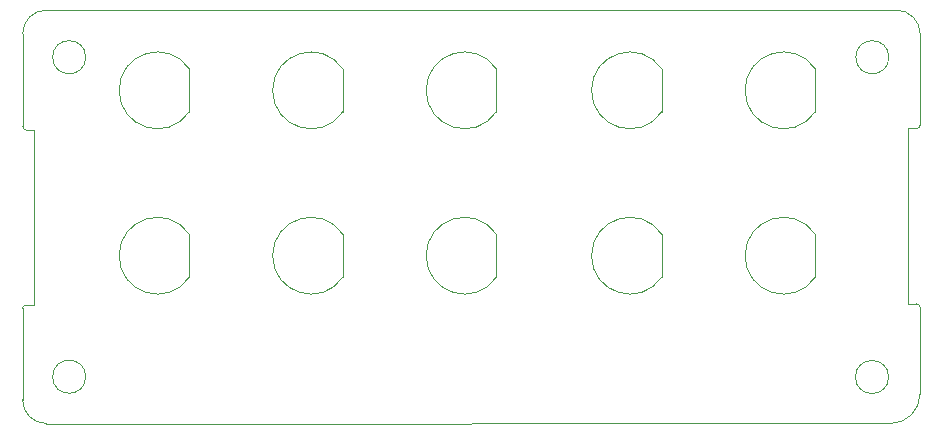
<source format=gko>
G04 #@! TF.FileFunction,Profile,NP*
%FSLAX46Y46*%
G04 Gerber Fmt 4.6, Leading zero omitted, Abs format (unit mm)*
G04 Created by KiCad (PCBNEW (2016-09-17 revision 679eef1)-makepkg) date 09/24/16 16:36:29*
%MOMM*%
%LPD*%
G01*
G04 APERTURE LIST*
%ADD10C,0.150000*%
%ADD11C,0.020000*%
G04 APERTURE END LIST*
D10*
D11*
X0Y-33000000D02*
G75*
G03X2000000Y-35000000I2000000J0D01*
G01*
X75990000Y-2000000D02*
G75*
G03X73990000Y0I-2000000J0D01*
G01*
X1999999Y0D02*
G75*
G03X0Y-2000001I1J-2000000D01*
G01*
X5345000Y-3985000D02*
G75*
G03X5345000Y-3985000I-1400000J0D01*
G01*
X5345000Y-31035000D02*
G75*
G03X5345000Y-31035000I-1400000J0D01*
G01*
X73320000Y-31060000D02*
G75*
G03X73320000Y-31060000I-1400000J0D01*
G01*
X75990000Y-25160000D02*
G75*
G03X75690000Y-24860000I-300000J0D01*
G01*
X75690000Y-10020000D02*
G75*
G03X75990000Y-9720000I0J300000D01*
G01*
X0Y-9820000D02*
G75*
G03X300000Y-10120000I300000J0D01*
G01*
X300000Y-24960000D02*
G75*
G03X0Y-25260000I0J-300000D01*
G01*
X0Y-2000000D02*
X0Y-9820000D01*
X0Y-25260000D02*
X0Y-33000000D01*
X75990000Y-25160000D02*
X75990000Y-32500000D01*
X75990000Y-2000000D02*
X75990000Y-9720000D01*
X74999999Y-10020000D02*
X75690000Y-10020000D01*
X75000000Y-24860000D02*
X74999999Y-10020000D01*
X75000000Y-24860000D02*
X75690000Y-24860000D01*
X990000Y-10120000D02*
X990000Y-24960000D01*
X990000Y-10120000D02*
X300000Y-10120000D01*
X990000Y-24960000D02*
X300000Y-24960000D01*
X73345000Y-3985000D02*
G75*
G03X73345000Y-3985000I-1400000J0D01*
G01*
X75990000Y-32500000D02*
G75*
G02X73500000Y-34990000I-2490000J0D01*
G01*
X73500000Y-34990000D02*
X2000000Y-35000000D01*
X2000000Y0D02*
X73990000Y0D01*
X67120000Y-22600000D02*
G75*
G02X67120000Y-18980000I-2700000J1810000D01*
G01*
X67120000Y-18980000D02*
X67120000Y-22600000D01*
X54120000Y-22600000D02*
G75*
G02X54120000Y-18980000I-2700000J1810000D01*
G01*
X54120000Y-18980000D02*
X54120000Y-22600000D01*
X67120000Y-8600000D02*
G75*
G02X67120000Y-4980000I-2700000J1810000D01*
G01*
X67120000Y-4980000D02*
X67120000Y-8600000D01*
X54120000Y-8600000D02*
G75*
G02X54120000Y-4980000I-2700000J1810000D01*
G01*
X54120000Y-4980000D02*
X54120000Y-8600000D01*
X40120000Y-22600000D02*
G75*
G02X40120000Y-18980000I-2700000J1810000D01*
G01*
X40120000Y-18980000D02*
X40120000Y-22600000D01*
X27120000Y-22600000D02*
G75*
G02X27120000Y-18980000I-2700000J1810000D01*
G01*
X27120000Y-18980000D02*
X27120000Y-22600000D01*
X14120000Y-22600000D02*
G75*
G02X14120000Y-18980000I-2700000J1810000D01*
G01*
X14120000Y-18980000D02*
X14120000Y-22600000D01*
X40120000Y-8600000D02*
G75*
G02X40120000Y-4980000I-2700000J1810000D01*
G01*
X40120000Y-4980000D02*
X40120000Y-8600000D01*
X27120000Y-8600000D02*
G75*
G02X27120000Y-4980000I-2700000J1810000D01*
G01*
X27120000Y-4980000D02*
X27120000Y-8600000D01*
X14120000Y-8600000D02*
G75*
G02X14120000Y-4980000I-2700000J1810000D01*
G01*
X14120000Y-4980000D02*
X14120000Y-8600000D01*
M02*

</source>
